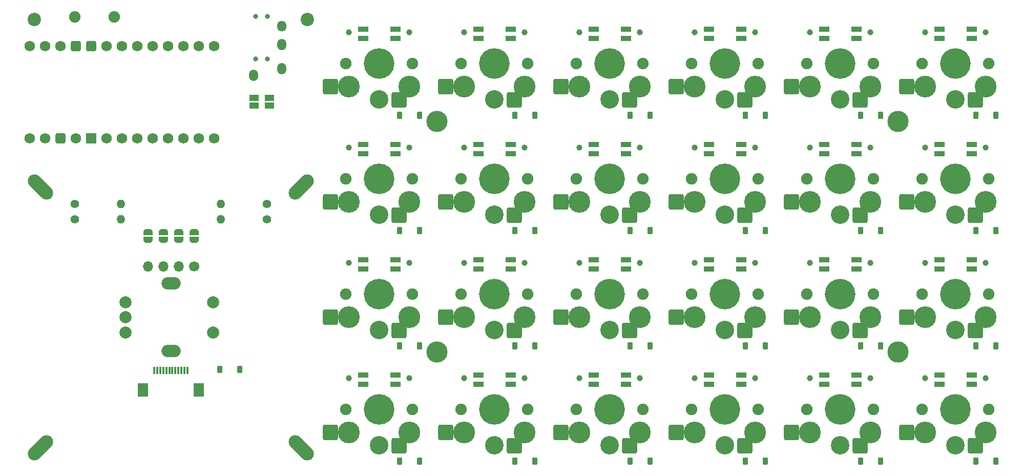
<source format=gbr>
%TF.GenerationSoftware,KiCad,Pcbnew,7.0.5*%
%TF.CreationDate,2025-01-15T14:24:04+08:00*%
%TF.ProjectId,TPS,5450532e-6b69-4636-9164-5f7063625858,rev?*%
%TF.SameCoordinates,Original*%
%TF.FileFunction,Soldermask,Bot*%
%TF.FilePolarity,Negative*%
%FSLAX46Y46*%
G04 Gerber Fmt 4.6, Leading zero omitted, Abs format (unit mm)*
G04 Created by KiCad (PCBNEW 7.0.5) date 2025-01-15 14:24:04*
%MOMM*%
%LPD*%
G01*
G04 APERTURE LIST*
G04 Aperture macros list*
%AMRoundRect*
0 Rectangle with rounded corners*
0 $1 Rounding radius*
0 $2 $3 $4 $5 $6 $7 $8 $9 X,Y pos of 4 corners*
0 Add a 4 corners polygon primitive as box body*
4,1,4,$2,$3,$4,$5,$6,$7,$8,$9,$2,$3,0*
0 Add four circle primitives for the rounded corners*
1,1,$1+$1,$2,$3*
1,1,$1+$1,$4,$5*
1,1,$1+$1,$6,$7*
1,1,$1+$1,$8,$9*
0 Add four rect primitives between the rounded corners*
20,1,$1+$1,$2,$3,$4,$5,0*
20,1,$1+$1,$4,$5,$6,$7,0*
20,1,$1+$1,$6,$7,$8,$9,0*
20,1,$1+$1,$8,$9,$2,$3,0*%
%AMHorizOval*
0 Thick line with rounded ends*
0 $1 width*
0 $2 $3 position (X,Y) of the first rounded end (center of the circle)*
0 $4 $5 position (X,Y) of the second rounded end (center of the circle)*
0 Add line between two ends*
20,1,$1,$2,$3,$4,$5,0*
0 Add two circle primitives to create the rounded ends*
1,1,$1,$2,$3*
1,1,$1,$4,$5*%
%AMOutline4P*
0 Free polygon, 4 corners , with rotation*
0 The origin of the aperture is its center*
0 number of corners: always 4*
0 $1 to $8 corner X, Y*
0 $9 Rotation angle, in degrees counterclockwise*
0 create outline with 4 corners*
4,1,4,$1,$2,$3,$4,$5,$6,$7,$8,$1,$2,$9*%
%AMFreePoly0*
4,1,19,0.500000,-0.750000,0.000000,-0.750000,0.000000,-0.744911,-0.071157,-0.744911,-0.207708,-0.704816,-0.327430,-0.627875,-0.420627,-0.520320,-0.479746,-0.390866,-0.500000,-0.250000,-0.500000,0.250000,-0.479746,0.390866,-0.420627,0.520320,-0.327430,0.627875,-0.207708,0.704816,-0.071157,0.744911,0.000000,0.744911,0.000000,0.750000,0.500000,0.750000,0.500000,-0.750000,0.500000,-0.750000,
$1*%
%AMFreePoly1*
4,1,19,0.000000,0.744911,0.071157,0.744911,0.207708,0.704816,0.327430,0.627875,0.420627,0.520320,0.479746,0.390866,0.500000,0.250000,0.500000,-0.250000,0.479746,-0.390866,0.420627,-0.520320,0.327430,-0.627875,0.207708,-0.704816,0.071157,-0.744911,0.000000,-0.744911,0.000000,-0.750000,-0.500000,-0.750000,-0.500000,0.750000,0.000000,0.750000,0.000000,0.744911,0.000000,0.744911,
$1*%
G04 Aperture macros list end*
%ADD10C,3.500000*%
%ADD11RoundRect,0.225000X0.225000X0.375000X-0.225000X0.375000X-0.225000X-0.375000X0.225000X-0.375000X0*%
%ADD12HorizOval,2.200000X0.989949X0.989949X-0.989949X-0.989949X0*%
%ADD13C,1.400000*%
%ADD14O,1.400000X1.400000*%
%ADD15C,1.900000*%
%ADD16C,1.000000*%
%ADD17C,3.050000*%
%ADD18C,5.050000*%
%ADD19C,3.600000*%
%ADD20RoundRect,0.250000X1.000000X1.000000X-1.000000X1.000000X-1.000000X-1.000000X1.000000X-1.000000X0*%
%ADD21C,2.200000*%
%ADD22C,0.800000*%
%ADD23O,1.500000X1.900000*%
%ADD24O,1.500000X1.800000*%
%ADD25O,3.200000X2.000000*%
%ADD26C,2.000000*%
%ADD27HorizOval,2.200000X-0.989949X-0.989949X0.989949X0.989949X0*%
%ADD28HorizOval,2.200000X-0.989949X0.989949X0.989949X-0.989949X0*%
%ADD29C,1.700000*%
%ADD30O,1.700000X1.700000*%
%ADD31FreePoly0,90.000000*%
%ADD32FreePoly1,90.000000*%
%ADD33R,1.800000X0.820000*%
%ADD34R,1.500000X1.000000*%
%ADD35R,1.800000X2.200000*%
%ADD36R,0.300000X1.300000*%
%ADD37C,1.752600*%
%ADD38RoundRect,0.438150X-0.438150X-0.438150X0.438150X-0.438150X0.438150X0.438150X-0.438150X0.438150X0*%
%ADD39Outline4P,-0.876300X-0.876300X0.876300X-0.876300X0.876300X0.876300X-0.876300X0.876300X0.000000*%
G04 APERTURE END LIST*
D10*
%TO.C,H4*%
X183375000Y-86150000D03*
%TD*%
D11*
%TO.C,D13*%
X158200167Y-47050499D03*
X161500167Y-47050499D03*
%TD*%
D12*
%TO.C,H10*%
X84775000Y-58886000D03*
%TD*%
D11*
%TO.C,D20*%
X177250000Y-104200000D03*
X180550000Y-104200000D03*
%TD*%
D13*
%TO.C,R3*%
X79085000Y-61753000D03*
D14*
X71465000Y-61753000D03*
%TD*%
D15*
%TO.C,SW16*%
X160300167Y-95675499D03*
D16*
X159800167Y-90525499D03*
D17*
X154800167Y-101575499D03*
D18*
X154800167Y-95675499D03*
D16*
X149800167Y-90525499D03*
D15*
X149300167Y-95675499D03*
D19*
X149800167Y-99475499D03*
D20*
X146700167Y-99475499D03*
D19*
X159800167Y-99475499D03*
D20*
X158100167Y-101675499D03*
%TD*%
D21*
%TO.C,H7*%
X85775000Y-31200000D03*
%TD*%
D11*
%TO.C,D1*%
X101050167Y-47050499D03*
X104350167Y-47050499D03*
%TD*%
D10*
%TO.C,H1*%
X107175000Y-48050000D03*
%TD*%
D11*
%TO.C,D18*%
X177250167Y-66100499D03*
X180550167Y-66100499D03*
%TD*%
D15*
%TO.C,SW3*%
X103150167Y-76625499D03*
D16*
X102650167Y-71475499D03*
D17*
X97650167Y-82525499D03*
D18*
X97650167Y-76625499D03*
D16*
X92650167Y-71475499D03*
D15*
X92150167Y-76625499D03*
D19*
X92650167Y-80425499D03*
D20*
X89550167Y-80425499D03*
D19*
X102650167Y-80425499D03*
D20*
X100950167Y-82625499D03*
%TD*%
D15*
%TO.C,SW4*%
X103150167Y-95675499D03*
D16*
X102650167Y-90525499D03*
D17*
X97650167Y-101575499D03*
D18*
X97650167Y-95675499D03*
D16*
X92650167Y-90525499D03*
D15*
X92150167Y-95675499D03*
D19*
X92650167Y-99475499D03*
D20*
X89550167Y-99475499D03*
D19*
X102650167Y-99475499D03*
D20*
X100950167Y-101675499D03*
%TD*%
D11*
%TO.C,D22*%
X196300167Y-66100499D03*
X199600167Y-66100499D03*
%TD*%
D15*
%TO.C,SW1*%
X103150167Y-38525499D03*
D16*
X102650167Y-33375499D03*
D17*
X97650167Y-44425499D03*
D18*
X97650167Y-38525499D03*
D16*
X92650167Y-33375499D03*
D15*
X92150167Y-38525499D03*
D19*
X92650167Y-42325499D03*
D20*
X89550167Y-42325499D03*
D19*
X102650167Y-42325499D03*
D20*
X100950167Y-44525499D03*
%TD*%
D11*
%TO.C,D6*%
X120100167Y-66100499D03*
X123400167Y-66100499D03*
%TD*%
D15*
%TO.C,SW7*%
X122200168Y-76625498D03*
D16*
X121700168Y-71475498D03*
D17*
X116700168Y-82525498D03*
D18*
X116700168Y-76625498D03*
D16*
X111700168Y-71475498D03*
D15*
X111200168Y-76625498D03*
D19*
X111700168Y-80425498D03*
D20*
X108600168Y-80425498D03*
D19*
X121700168Y-80425498D03*
D20*
X120000168Y-82625498D03*
%TD*%
D22*
%TO.C,T1*%
X77214000Y-30750000D03*
X77214000Y-37750000D03*
X79214000Y-30750000D03*
X79214000Y-37750000D03*
D23*
X81514000Y-39350000D03*
D24*
X81514000Y-32302000D03*
D23*
X81514000Y-35350000D03*
X76914000Y-40450000D03*
%TD*%
D10*
%TO.C,H2*%
X107175000Y-86150000D03*
%TD*%
D15*
%TO.C,SW9*%
X141250167Y-38525499D03*
D16*
X140750167Y-33375499D03*
D17*
X135750167Y-44425499D03*
D18*
X135750167Y-38525499D03*
D16*
X130750167Y-33375499D03*
D15*
X130250167Y-38525499D03*
D19*
X130750167Y-42325499D03*
D20*
X127650167Y-42325499D03*
D19*
X140750167Y-42325499D03*
D20*
X139050167Y-44525499D03*
%TD*%
D11*
%TO.C,D2*%
X101050167Y-66100499D03*
X104350167Y-66100499D03*
%TD*%
%TO.C,D7*%
X120100168Y-85150498D03*
X123400168Y-85150498D03*
%TD*%
D15*
%TO.C,SW17*%
X179350167Y-38525499D03*
D16*
X178850167Y-33375499D03*
D17*
X173850167Y-44425499D03*
D18*
X173850167Y-38525499D03*
D16*
X168850167Y-33375499D03*
D15*
X168350167Y-38525499D03*
D19*
X168850167Y-42325499D03*
D20*
X165750167Y-42325499D03*
D19*
X178850167Y-42325499D03*
D20*
X177150167Y-44525499D03*
%TD*%
D15*
%TO.C,SW22*%
X198400167Y-57575499D03*
D16*
X197900167Y-52425499D03*
D17*
X192900167Y-63475499D03*
D18*
X192900167Y-57575499D03*
D16*
X187900167Y-52425499D03*
D15*
X187400167Y-57575499D03*
D19*
X187900167Y-61375499D03*
D20*
X184800167Y-61375499D03*
D19*
X197900167Y-61375499D03*
D20*
X196200167Y-63575499D03*
%TD*%
D21*
%TO.C,H6*%
X40661000Y-31200000D03*
%TD*%
D15*
%TO.C,SW21*%
X198400167Y-38525499D03*
D16*
X197900167Y-33375499D03*
D17*
X192900167Y-44425499D03*
D18*
X192900167Y-38525499D03*
D16*
X187900167Y-33375499D03*
D15*
X187400167Y-38525499D03*
D19*
X187900167Y-42325499D03*
D20*
X184800167Y-42325499D03*
D19*
X197900167Y-42325499D03*
D20*
X196200167Y-44525499D03*
%TD*%
D11*
%TO.C,D19*%
X177250167Y-85150499D03*
X180550167Y-85150499D03*
%TD*%
D10*
%TO.C,H3*%
X183375000Y-48050000D03*
%TD*%
D15*
%TO.C,SW23*%
X198400167Y-76625499D03*
D16*
X197900167Y-71475499D03*
D17*
X192900167Y-82525499D03*
D18*
X192900167Y-76625499D03*
D16*
X187900167Y-71475499D03*
D15*
X187400167Y-76625499D03*
D19*
X187900167Y-80425499D03*
D20*
X184800167Y-80425499D03*
D19*
X197900167Y-80425499D03*
D20*
X196200167Y-82625499D03*
%TD*%
D11*
%TO.C,D12*%
X139150167Y-104200499D03*
X142450167Y-104200499D03*
%TD*%
%TO.C,D25*%
X71271000Y-89075000D03*
X74571000Y-89075000D03*
%TD*%
D15*
%TO.C,SW18*%
X179350167Y-57575499D03*
D16*
X178850167Y-52425499D03*
D17*
X173850167Y-63475499D03*
D18*
X173850167Y-57575499D03*
D16*
X168850167Y-52425499D03*
D15*
X168350167Y-57575499D03*
D19*
X168850167Y-61375499D03*
D20*
X165750167Y-61375499D03*
D19*
X178850167Y-61375499D03*
D20*
X177150167Y-63575499D03*
%TD*%
D11*
%TO.C,D4*%
X101050167Y-104200499D03*
X104350167Y-104200499D03*
%TD*%
%TO.C,D14*%
X158200167Y-66100499D03*
X161500167Y-66100499D03*
%TD*%
%TO.C,D11*%
X139150167Y-85150499D03*
X142450167Y-85150499D03*
%TD*%
%TO.C,D10*%
X139150167Y-66100499D03*
X142450167Y-66100499D03*
%TD*%
D25*
%TO.C,SW25*%
X63218000Y-74843000D03*
X63218000Y-86043000D03*
D26*
X55718000Y-77943000D03*
X55718000Y-82943000D03*
X55718000Y-80443000D03*
X70218000Y-77943000D03*
X70218000Y-82943000D03*
%TD*%
D15*
%TO.C,SW13*%
X160300167Y-38525499D03*
D16*
X159800167Y-33375499D03*
D17*
X154800167Y-44425499D03*
D18*
X154800167Y-38525499D03*
D16*
X149800167Y-33375499D03*
D15*
X149300167Y-38525499D03*
D19*
X149800167Y-42325499D03*
D20*
X146700167Y-42325499D03*
D19*
X159800167Y-42325499D03*
D20*
X158100167Y-44525499D03*
%TD*%
D13*
%TO.C,R1*%
X47351000Y-64293000D03*
D14*
X54971000Y-64293000D03*
%TD*%
D27*
%TO.C,H9*%
X41661000Y-102000000D03*
%TD*%
D15*
%TO.C,SW12*%
X141250167Y-95675499D03*
D16*
X140750167Y-90525499D03*
D17*
X135750167Y-101575499D03*
D18*
X135750167Y-95675499D03*
D16*
X130750167Y-90525499D03*
D15*
X130250167Y-95675499D03*
D19*
X130750167Y-99475499D03*
D20*
X127650167Y-99475499D03*
D19*
X140750167Y-99475499D03*
D20*
X139050167Y-101675499D03*
%TD*%
D11*
%TO.C,D16*%
X158200167Y-104200499D03*
X161500167Y-104200499D03*
%TD*%
%TO.C,D17*%
X177250167Y-47050499D03*
X180550167Y-47050499D03*
%TD*%
D15*
%TO.C,RST1*%
X53851000Y-30823000D03*
X47351000Y-30823000D03*
%TD*%
%TO.C,SW14*%
X160300167Y-57575499D03*
D16*
X159800167Y-52425499D03*
D17*
X154800167Y-63475499D03*
D18*
X154800167Y-57575499D03*
D16*
X149800167Y-52425499D03*
D15*
X149300167Y-57575499D03*
D19*
X149800167Y-61375499D03*
D20*
X146700167Y-61375499D03*
D19*
X159800167Y-61375499D03*
D20*
X158100167Y-63575499D03*
%TD*%
D11*
%TO.C,D3*%
X101050167Y-85150499D03*
X104350167Y-85150499D03*
%TD*%
D15*
%TO.C,SW5*%
X122200167Y-38525499D03*
D16*
X121700167Y-33375499D03*
D17*
X116700167Y-44425499D03*
D18*
X116700167Y-38525499D03*
D16*
X111700167Y-33375499D03*
D15*
X111200167Y-38525499D03*
D19*
X111700167Y-42325499D03*
D20*
X108600167Y-42325499D03*
D19*
X121700167Y-42325499D03*
D20*
X120000167Y-44525499D03*
%TD*%
D15*
%TO.C,SW11*%
X141250167Y-76625499D03*
D16*
X140750167Y-71475499D03*
D17*
X135750167Y-82525499D03*
D18*
X135750167Y-76625499D03*
D16*
X130750167Y-71475499D03*
D15*
X130250167Y-76625499D03*
D19*
X130750167Y-80425499D03*
D20*
X127650167Y-80425499D03*
D19*
X140750167Y-80425499D03*
D20*
X139050167Y-82625499D03*
%TD*%
D11*
%TO.C,D15*%
X158200167Y-85150499D03*
X161500167Y-85150499D03*
%TD*%
D13*
%TO.C,R4*%
X79085000Y-64293000D03*
D14*
X71465000Y-64293000D03*
%TD*%
D15*
%TO.C,SW20*%
X179350167Y-95675499D03*
D16*
X178850167Y-90525499D03*
D17*
X173850167Y-101575499D03*
D18*
X173850167Y-95675499D03*
D16*
X168850167Y-90525499D03*
D15*
X168350167Y-95675499D03*
D19*
X168850167Y-99475499D03*
D20*
X165750167Y-99475499D03*
D19*
X178850167Y-99475499D03*
D20*
X177150167Y-101675499D03*
%TD*%
D15*
%TO.C,SW15*%
X160300167Y-76625499D03*
D16*
X159800167Y-71475499D03*
D17*
X154800167Y-82525499D03*
D18*
X154800167Y-76625499D03*
D16*
X149800167Y-71475499D03*
D15*
X149300167Y-76625499D03*
D19*
X149800167Y-80425499D03*
D20*
X146700167Y-80425499D03*
D19*
X159800167Y-80425499D03*
D20*
X158100167Y-82625499D03*
%TD*%
D28*
%TO.C,H8*%
X41661000Y-58886000D03*
%TD*%
D11*
%TO.C,D8*%
X120100167Y-104200499D03*
X123400167Y-104200499D03*
%TD*%
D15*
%TO.C,SW10*%
X141250167Y-57575499D03*
D16*
X140750167Y-52425499D03*
D17*
X135750167Y-63475499D03*
D18*
X135750167Y-57575499D03*
D16*
X130750167Y-52425499D03*
D15*
X130250167Y-57575499D03*
D19*
X130750167Y-61375499D03*
D20*
X127650167Y-61375499D03*
D19*
X140750167Y-61375499D03*
D20*
X139050167Y-63575499D03*
%TD*%
D11*
%TO.C,D9*%
X139150167Y-47050499D03*
X142450167Y-47050499D03*
%TD*%
%TO.C,D24*%
X196300168Y-104200498D03*
X199600168Y-104200498D03*
%TD*%
D29*
%TO.C,J1*%
X67027500Y-72073000D03*
D30*
X64487500Y-72073000D03*
X61947500Y-72073000D03*
X59407500Y-72073000D03*
%TD*%
D15*
%TO.C,SW6*%
X122200167Y-57575499D03*
D16*
X121700167Y-52425499D03*
D17*
X116700167Y-63475499D03*
D18*
X116700167Y-57575499D03*
D16*
X111700167Y-52425499D03*
D15*
X111200167Y-57575499D03*
D19*
X111700167Y-61375499D03*
D20*
X108600167Y-61375499D03*
D19*
X121700167Y-61375499D03*
D20*
X120000167Y-63575499D03*
%TD*%
D28*
%TO.C,H11*%
X84775000Y-102000000D03*
%TD*%
D13*
%TO.C,R2*%
X47351000Y-61753000D03*
D14*
X54971000Y-61753000D03*
%TD*%
D11*
%TO.C,D21*%
X196300167Y-47050499D03*
X199600167Y-47050499D03*
%TD*%
%TO.C,D5*%
X120100167Y-47050499D03*
X123400167Y-47050499D03*
%TD*%
D15*
%TO.C,SW2*%
X103150167Y-57575499D03*
D16*
X102650167Y-52425499D03*
D17*
X97650167Y-63475499D03*
D18*
X97650167Y-57575499D03*
D16*
X92650167Y-52425499D03*
D15*
X92150167Y-57575499D03*
D19*
X92650167Y-61375499D03*
D20*
X89550167Y-61375499D03*
D19*
X102650167Y-61375499D03*
D20*
X100950167Y-63575499D03*
%TD*%
D11*
%TO.C,D23*%
X196300167Y-85150499D03*
X199600167Y-85150499D03*
%TD*%
D15*
%TO.C,SW24*%
X198400168Y-95675498D03*
D16*
X197900168Y-90525498D03*
D17*
X192900168Y-101575498D03*
D18*
X192900168Y-95675498D03*
D16*
X187900168Y-90525498D03*
D15*
X187400168Y-95675498D03*
D19*
X187900168Y-99475498D03*
D20*
X184800168Y-99475498D03*
D19*
X197900168Y-99475498D03*
D20*
X196200168Y-101675498D03*
%TD*%
D15*
%TO.C,SW8*%
X122200167Y-95675499D03*
D16*
X121700167Y-90525499D03*
D17*
X116700167Y-101575499D03*
D18*
X116700167Y-95675499D03*
D16*
X111700167Y-90525499D03*
D15*
X111200167Y-95675499D03*
D19*
X111700167Y-99475499D03*
D20*
X108600167Y-99475499D03*
D19*
X121700167Y-99475499D03*
D20*
X120000167Y-101675499D03*
%TD*%
D15*
%TO.C,SW19*%
X179350167Y-76625499D03*
D16*
X178850167Y-71475499D03*
D17*
X173850167Y-82525499D03*
D18*
X173850167Y-76625499D03*
D16*
X168850167Y-71475499D03*
D15*
X168350167Y-76625499D03*
D19*
X168850167Y-80425499D03*
D20*
X165750167Y-80425499D03*
D19*
X178850167Y-80425499D03*
D20*
X177150167Y-82625499D03*
%TD*%
D31*
%TO.C,JP9*%
X67027500Y-67643000D03*
D32*
X67027500Y-66343000D03*
%TD*%
D33*
%TO.C,L5*%
X119350167Y-34375499D03*
X119350167Y-32875499D03*
X114050167Y-32875499D03*
X114050167Y-34375499D03*
%TD*%
%TO.C,L13*%
X157450167Y-34375499D03*
X157450167Y-32875499D03*
X152150167Y-32875499D03*
X152150167Y-34375499D03*
%TD*%
D31*
%TO.C,JP12*%
X59407500Y-67643000D03*
D32*
X59407500Y-66343000D03*
%TD*%
D33*
%TO.C,L11*%
X138400167Y-72475499D03*
X138400167Y-70975499D03*
X133100167Y-70975499D03*
X133100167Y-72475499D03*
%TD*%
%TO.C,L23*%
X195550167Y-72475499D03*
X195550167Y-70975499D03*
X190250167Y-70975499D03*
X190250167Y-72475499D03*
%TD*%
D34*
%TO.C,JP3*%
X76944000Y-45500000D03*
X76944000Y-44200000D03*
%TD*%
D33*
%TO.C,L10*%
X138400167Y-53425499D03*
X138400167Y-51925499D03*
X133100167Y-51925499D03*
X133100167Y-53425499D03*
%TD*%
%TO.C,L16*%
X157450167Y-91525499D03*
X157450167Y-90025499D03*
X152150167Y-90025499D03*
X152150167Y-91525499D03*
%TD*%
%TO.C,L17*%
X176500167Y-34375499D03*
X176500167Y-32875499D03*
X171200167Y-32875499D03*
X171200167Y-34375499D03*
%TD*%
%TO.C,L18*%
X176500167Y-53425499D03*
X176500167Y-51925499D03*
X171200167Y-51925499D03*
X171200167Y-53425499D03*
%TD*%
D31*
%TO.C,JP11*%
X61947500Y-67643000D03*
D32*
X61947500Y-66343000D03*
%TD*%
D31*
%TO.C,JP10*%
X64487500Y-67643000D03*
D32*
X64487500Y-66343000D03*
%TD*%
D33*
%TO.C,L24*%
X195550167Y-91525499D03*
X195550167Y-90025499D03*
X190250167Y-90025499D03*
X190250167Y-91525499D03*
%TD*%
D34*
%TO.C,JP4*%
X79484000Y-45500000D03*
X79484000Y-44200000D03*
%TD*%
D33*
%TO.C,L2*%
X100300167Y-53425499D03*
X100300167Y-51925499D03*
X95000167Y-51925499D03*
X95000167Y-53425499D03*
%TD*%
%TO.C,L15*%
X157450167Y-72475499D03*
X157450167Y-70975499D03*
X152150167Y-70975499D03*
X152150167Y-72475499D03*
%TD*%
%TO.C,L21*%
X195550167Y-34375499D03*
X195550167Y-32875499D03*
X190250167Y-32875499D03*
X190250167Y-34375499D03*
%TD*%
%TO.C,L8*%
X119350167Y-91525499D03*
X119350167Y-90025499D03*
X114050167Y-90025499D03*
X114050167Y-91525499D03*
%TD*%
%TO.C,L9*%
X138400167Y-34375499D03*
X138400167Y-32875499D03*
X133100167Y-32875499D03*
X133100167Y-34375499D03*
%TD*%
%TO.C,L20*%
X176500167Y-91525499D03*
X176500167Y-90025499D03*
X171200167Y-90025499D03*
X171200167Y-91525499D03*
%TD*%
%TO.C,L14*%
X157450167Y-53425499D03*
X157450167Y-51925499D03*
X152150167Y-51925499D03*
X152150167Y-53425499D03*
%TD*%
%TO.C,L6*%
X119350167Y-53425499D03*
X119350167Y-51925499D03*
X114050167Y-51925499D03*
X114050167Y-53425499D03*
%TD*%
%TO.C,L22*%
X195550167Y-53425499D03*
X195550167Y-51925499D03*
X190250167Y-51925499D03*
X190250167Y-53425499D03*
%TD*%
%TO.C,L3*%
X100300167Y-72475499D03*
X100300167Y-70975499D03*
X95000167Y-70975499D03*
X95000167Y-72475499D03*
%TD*%
%TO.C,L4*%
X100300167Y-91525499D03*
X100300167Y-90025499D03*
X95000167Y-90025499D03*
X95000167Y-91525499D03*
%TD*%
%TO.C,L12*%
X138400167Y-91525499D03*
X138400167Y-90025499D03*
X133100167Y-90025499D03*
X133100167Y-91525499D03*
%TD*%
%TO.C,L19*%
X176500167Y-72475499D03*
X176500167Y-70975499D03*
X171200167Y-70975499D03*
X171200167Y-72475499D03*
%TD*%
%TO.C,L7*%
X119350168Y-72475498D03*
X119350168Y-70975498D03*
X114050168Y-70975498D03*
X114050168Y-72475498D03*
%TD*%
D35*
%TO.C,J3*%
X67868000Y-92443000D03*
X58568000Y-92443000D03*
D36*
X65968000Y-89193000D03*
X65468000Y-89193000D03*
X64968000Y-89193000D03*
X64468000Y-89193000D03*
X63968000Y-89193000D03*
X63468000Y-89193000D03*
X62968000Y-89193000D03*
X62468000Y-89193000D03*
X61968000Y-89193000D03*
X61468000Y-89193000D03*
X60968000Y-89193000D03*
X60468000Y-89193000D03*
%TD*%
D33*
%TO.C,L1*%
X100300167Y-34375499D03*
X100300167Y-32875499D03*
X95000167Y-32875499D03*
X95000167Y-34375499D03*
%TD*%
D37*
%TO.C,U1*%
X39881000Y-35681000D03*
X42421000Y-35681000D03*
X44961000Y-35681000D03*
D38*
X47501000Y-35681000D03*
X50041000Y-35681000D03*
D37*
X52581000Y-35681000D03*
X55121000Y-35681000D03*
X57661000Y-35681000D03*
X60201000Y-35681000D03*
X62741000Y-35681000D03*
X65281000Y-35681000D03*
X67821000Y-35681000D03*
X70361000Y-35681000D03*
X70361000Y-50921000D03*
X67821000Y-50921000D03*
X65281000Y-50921000D03*
X62741000Y-50921000D03*
X60201000Y-50921000D03*
X57661000Y-50921000D03*
X55121000Y-50921000D03*
X52581000Y-50921000D03*
D39*
X50041000Y-50921000D03*
D37*
X47501000Y-50921000D03*
D38*
X44961000Y-50921000D03*
D37*
X42421000Y-50921000D03*
X39881000Y-50921000D03*
%TD*%
M02*

</source>
